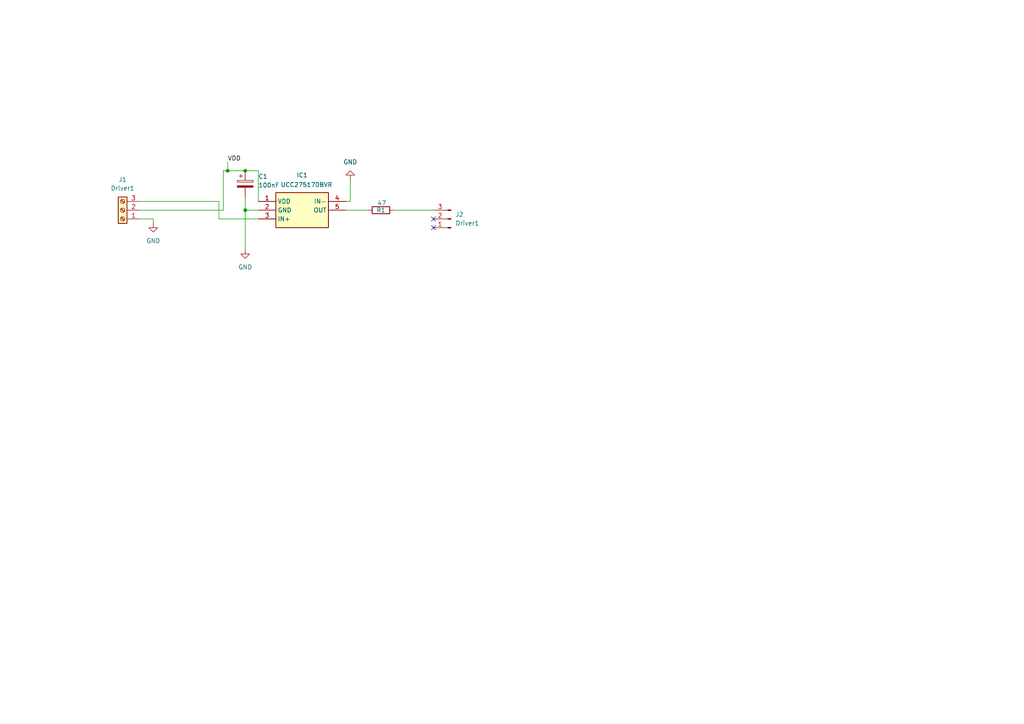
<source format=kicad_sch>
(kicad_sch
	(version 20231120)
	(generator "eeschema")
	(generator_version "8.0")
	(uuid "bb7ad16c-9d36-444f-8f7b-b170a98634e6")
	(paper "A4")
	(lib_symbols
		(symbol "Connector:Conn_01x03_Pin"
			(pin_names
				(offset 1.016) hide)
			(exclude_from_sim no)
			(in_bom yes)
			(on_board yes)
			(property "Reference" "J"
				(at 0 5.08 0)
				(effects
					(font
						(size 1.27 1.27)
					)
				)
			)
			(property "Value" "Conn_01x03_Pin"
				(at 0 -5.08 0)
				(effects
					(font
						(size 1.27 1.27)
					)
				)
			)
			(property "Footprint" ""
				(at 0 0 0)
				(effects
					(font
						(size 1.27 1.27)
					)
					(hide yes)
				)
			)
			(property "Datasheet" "~"
				(at 0 0 0)
				(effects
					(font
						(size 1.27 1.27)
					)
					(hide yes)
				)
			)
			(property "Description" "Generic connector, single row, 01x03, script generated"
				(at 0 0 0)
				(effects
					(font
						(size 1.27 1.27)
					)
					(hide yes)
				)
			)
			(property "ki_locked" ""
				(at 0 0 0)
				(effects
					(font
						(size 1.27 1.27)
					)
				)
			)
			(property "ki_keywords" "connector"
				(at 0 0 0)
				(effects
					(font
						(size 1.27 1.27)
					)
					(hide yes)
				)
			)
			(property "ki_fp_filters" "Connector*:*_1x??_*"
				(at 0 0 0)
				(effects
					(font
						(size 1.27 1.27)
					)
					(hide yes)
				)
			)
			(symbol "Conn_01x03_Pin_1_1"
				(polyline
					(pts
						(xy 1.27 -2.54) (xy 0.8636 -2.54)
					)
					(stroke
						(width 0.1524)
						(type default)
					)
					(fill
						(type none)
					)
				)
				(polyline
					(pts
						(xy 1.27 0) (xy 0.8636 0)
					)
					(stroke
						(width 0.1524)
						(type default)
					)
					(fill
						(type none)
					)
				)
				(polyline
					(pts
						(xy 1.27 2.54) (xy 0.8636 2.54)
					)
					(stroke
						(width 0.1524)
						(type default)
					)
					(fill
						(type none)
					)
				)
				(rectangle
					(start 0.8636 -2.413)
					(end 0 -2.667)
					(stroke
						(width 0.1524)
						(type default)
					)
					(fill
						(type outline)
					)
				)
				(rectangle
					(start 0.8636 0.127)
					(end 0 -0.127)
					(stroke
						(width 0.1524)
						(type default)
					)
					(fill
						(type outline)
					)
				)
				(rectangle
					(start 0.8636 2.667)
					(end 0 2.413)
					(stroke
						(width 0.1524)
						(type default)
					)
					(fill
						(type outline)
					)
				)
				(pin passive line
					(at 5.08 2.54 180)
					(length 3.81)
					(name "Pin_1"
						(effects
							(font
								(size 1.27 1.27)
							)
						)
					)
					(number "1"
						(effects
							(font
								(size 1.27 1.27)
							)
						)
					)
				)
				(pin passive line
					(at 5.08 0 180)
					(length 3.81)
					(name "Pin_2"
						(effects
							(font
								(size 1.27 1.27)
							)
						)
					)
					(number "2"
						(effects
							(font
								(size 1.27 1.27)
							)
						)
					)
				)
				(pin passive line
					(at 5.08 -2.54 180)
					(length 3.81)
					(name "Pin_3"
						(effects
							(font
								(size 1.27 1.27)
							)
						)
					)
					(number "3"
						(effects
							(font
								(size 1.27 1.27)
							)
						)
					)
				)
			)
		)
		(symbol "Connector:Screw_Terminal_01x03"
			(pin_names
				(offset 1.016) hide)
			(exclude_from_sim no)
			(in_bom yes)
			(on_board yes)
			(property "Reference" "J"
				(at 0 5.08 0)
				(effects
					(font
						(size 1.27 1.27)
					)
				)
			)
			(property "Value" "Screw_Terminal_01x03"
				(at 0 -5.08 0)
				(effects
					(font
						(size 1.27 1.27)
					)
				)
			)
			(property "Footprint" ""
				(at 0 0 0)
				(effects
					(font
						(size 1.27 1.27)
					)
					(hide yes)
				)
			)
			(property "Datasheet" "~"
				(at 0 0 0)
				(effects
					(font
						(size 1.27 1.27)
					)
					(hide yes)
				)
			)
			(property "Description" "Generic screw terminal, single row, 01x03, script generated (kicad-library-utils/schlib/autogen/connector/)"
				(at 0 0 0)
				(effects
					(font
						(size 1.27 1.27)
					)
					(hide yes)
				)
			)
			(property "ki_keywords" "screw terminal"
				(at 0 0 0)
				(effects
					(font
						(size 1.27 1.27)
					)
					(hide yes)
				)
			)
			(property "ki_fp_filters" "TerminalBlock*:*"
				(at 0 0 0)
				(effects
					(font
						(size 1.27 1.27)
					)
					(hide yes)
				)
			)
			(symbol "Screw_Terminal_01x03_1_1"
				(rectangle
					(start -1.27 3.81)
					(end 1.27 -3.81)
					(stroke
						(width 0.254)
						(type default)
					)
					(fill
						(type background)
					)
				)
				(circle
					(center 0 -2.54)
					(radius 0.635)
					(stroke
						(width 0.1524)
						(type default)
					)
					(fill
						(type none)
					)
				)
				(polyline
					(pts
						(xy -0.5334 -2.2098) (xy 0.3302 -3.048)
					)
					(stroke
						(width 0.1524)
						(type default)
					)
					(fill
						(type none)
					)
				)
				(polyline
					(pts
						(xy -0.5334 0.3302) (xy 0.3302 -0.508)
					)
					(stroke
						(width 0.1524)
						(type default)
					)
					(fill
						(type none)
					)
				)
				(polyline
					(pts
						(xy -0.5334 2.8702) (xy 0.3302 2.032)
					)
					(stroke
						(width 0.1524)
						(type default)
					)
					(fill
						(type none)
					)
				)
				(polyline
					(pts
						(xy -0.3556 -2.032) (xy 0.508 -2.8702)
					)
					(stroke
						(width 0.1524)
						(type default)
					)
					(fill
						(type none)
					)
				)
				(polyline
					(pts
						(xy -0.3556 0.508) (xy 0.508 -0.3302)
					)
					(stroke
						(width 0.1524)
						(type default)
					)
					(fill
						(type none)
					)
				)
				(polyline
					(pts
						(xy -0.3556 3.048) (xy 0.508 2.2098)
					)
					(stroke
						(width 0.1524)
						(type default)
					)
					(fill
						(type none)
					)
				)
				(circle
					(center 0 0)
					(radius 0.635)
					(stroke
						(width 0.1524)
						(type default)
					)
					(fill
						(type none)
					)
				)
				(circle
					(center 0 2.54)
					(radius 0.635)
					(stroke
						(width 0.1524)
						(type default)
					)
					(fill
						(type none)
					)
				)
				(pin passive line
					(at -5.08 2.54 0)
					(length 3.81)
					(name "Pin_1"
						(effects
							(font
								(size 1.27 1.27)
							)
						)
					)
					(number "1"
						(effects
							(font
								(size 1.27 1.27)
							)
						)
					)
				)
				(pin passive line
					(at -5.08 0 0)
					(length 3.81)
					(name "Pin_2"
						(effects
							(font
								(size 1.27 1.27)
							)
						)
					)
					(number "2"
						(effects
							(font
								(size 1.27 1.27)
							)
						)
					)
				)
				(pin passive line
					(at -5.08 -2.54 0)
					(length 3.81)
					(name "Pin_3"
						(effects
							(font
								(size 1.27 1.27)
							)
						)
					)
					(number "3"
						(effects
							(font
								(size 1.27 1.27)
							)
						)
					)
				)
			)
		)
		(symbol "Device:C_Polarized"
			(pin_numbers hide)
			(pin_names
				(offset 0.254)
			)
			(exclude_from_sim no)
			(in_bom yes)
			(on_board yes)
			(property "Reference" "C"
				(at 0.635 2.54 0)
				(effects
					(font
						(size 1.27 1.27)
					)
					(justify left)
				)
			)
			(property "Value" "C_Polarized"
				(at 0.635 -2.54 0)
				(effects
					(font
						(size 1.27 1.27)
					)
					(justify left)
				)
			)
			(property "Footprint" ""
				(at 0.9652 -3.81 0)
				(effects
					(font
						(size 1.27 1.27)
					)
					(hide yes)
				)
			)
			(property "Datasheet" "~"
				(at 0 0 0)
				(effects
					(font
						(size 1.27 1.27)
					)
					(hide yes)
				)
			)
			(property "Description" "Polarized capacitor"
				(at 0 0 0)
				(effects
					(font
						(size 1.27 1.27)
					)
					(hide yes)
				)
			)
			(property "ki_keywords" "cap capacitor"
				(at 0 0 0)
				(effects
					(font
						(size 1.27 1.27)
					)
					(hide yes)
				)
			)
			(property "ki_fp_filters" "CP_*"
				(at 0 0 0)
				(effects
					(font
						(size 1.27 1.27)
					)
					(hide yes)
				)
			)
			(symbol "C_Polarized_0_1"
				(rectangle
					(start -2.286 0.508)
					(end 2.286 1.016)
					(stroke
						(width 0)
						(type default)
					)
					(fill
						(type none)
					)
				)
				(polyline
					(pts
						(xy -1.778 2.286) (xy -0.762 2.286)
					)
					(stroke
						(width 0)
						(type default)
					)
					(fill
						(type none)
					)
				)
				(polyline
					(pts
						(xy -1.27 2.794) (xy -1.27 1.778)
					)
					(stroke
						(width 0)
						(type default)
					)
					(fill
						(type none)
					)
				)
				(rectangle
					(start 2.286 -0.508)
					(end -2.286 -1.016)
					(stroke
						(width 0)
						(type default)
					)
					(fill
						(type outline)
					)
				)
			)
			(symbol "C_Polarized_1_1"
				(pin passive line
					(at 0 3.81 270)
					(length 2.794)
					(name "~"
						(effects
							(font
								(size 1.27 1.27)
							)
						)
					)
					(number "1"
						(effects
							(font
								(size 1.27 1.27)
							)
						)
					)
				)
				(pin passive line
					(at 0 -3.81 90)
					(length 2.794)
					(name "~"
						(effects
							(font
								(size 1.27 1.27)
							)
						)
					)
					(number "2"
						(effects
							(font
								(size 1.27 1.27)
							)
						)
					)
				)
			)
		)
		(symbol "Device:R"
			(pin_numbers hide)
			(pin_names
				(offset 0)
			)
			(exclude_from_sim no)
			(in_bom yes)
			(on_board yes)
			(property "Reference" "R"
				(at 2.032 0 90)
				(effects
					(font
						(size 1.27 1.27)
					)
				)
			)
			(property "Value" "R"
				(at 0 0 90)
				(effects
					(font
						(size 1.27 1.27)
					)
				)
			)
			(property "Footprint" ""
				(at -1.778 0 90)
				(effects
					(font
						(size 1.27 1.27)
					)
					(hide yes)
				)
			)
			(property "Datasheet" "~"
				(at 0 0 0)
				(effects
					(font
						(size 1.27 1.27)
					)
					(hide yes)
				)
			)
			(property "Description" "Resistor"
				(at 0 0 0)
				(effects
					(font
						(size 1.27 1.27)
					)
					(hide yes)
				)
			)
			(property "ki_keywords" "R res resistor"
				(at 0 0 0)
				(effects
					(font
						(size 1.27 1.27)
					)
					(hide yes)
				)
			)
			(property "ki_fp_filters" "R_*"
				(at 0 0 0)
				(effects
					(font
						(size 1.27 1.27)
					)
					(hide yes)
				)
			)
			(symbol "R_0_1"
				(rectangle
					(start -1.016 -2.54)
					(end 1.016 2.54)
					(stroke
						(width 0.254)
						(type default)
					)
					(fill
						(type none)
					)
				)
			)
			(symbol "R_1_1"
				(pin passive line
					(at 0 3.81 270)
					(length 1.27)
					(name "~"
						(effects
							(font
								(size 1.27 1.27)
							)
						)
					)
					(number "1"
						(effects
							(font
								(size 1.27 1.27)
							)
						)
					)
				)
				(pin passive line
					(at 0 -3.81 90)
					(length 1.27)
					(name "~"
						(effects
							(font
								(size 1.27 1.27)
							)
						)
					)
					(number "2"
						(effects
							(font
								(size 1.27 1.27)
							)
						)
					)
				)
			)
		)
		(symbol "UCC27517DBVR:UCC27517DBVR"
			(exclude_from_sim no)
			(in_bom yes)
			(on_board yes)
			(property "Reference" "IC"
				(at 21.59 7.62 0)
				(effects
					(font
						(size 1.27 1.27)
					)
					(justify left top)
				)
			)
			(property "Value" "UCC27517DBVR"
				(at 21.59 5.08 0)
				(effects
					(font
						(size 1.27 1.27)
					)
					(justify left top)
				)
			)
			(property "Footprint" "SOT95P280X145-5N"
				(at 21.59 -94.92 0)
				(effects
					(font
						(size 1.27 1.27)
					)
					(justify left top)
					(hide yes)
				)
			)
			(property "Datasheet" "http://www.ti.com/lit/gpn/ucc27517"
				(at 21.59 -194.92 0)
				(effects
					(font
						(size 1.27 1.27)
					)
					(justify left top)
					(hide yes)
				)
			)
			(property "Description" "4A/4A Single Channel High-speed Low-side Gate Driver"
				(at 0 0 0)
				(effects
					(font
						(size 1.27 1.27)
					)
					(hide yes)
				)
			)
			(property "Height" "1.45"
				(at 21.59 -394.92 0)
				(effects
					(font
						(size 1.27 1.27)
					)
					(justify left top)
					(hide yes)
				)
			)
			(property "Manufacturer_Name" "Texas Instruments"
				(at 21.59 -494.92 0)
				(effects
					(font
						(size 1.27 1.27)
					)
					(justify left top)
					(hide yes)
				)
			)
			(property "Manufacturer_Part_Number" "UCC27517DBVR"
				(at 21.59 -594.92 0)
				(effects
					(font
						(size 1.27 1.27)
					)
					(justify left top)
					(hide yes)
				)
			)
			(property "Mouser Part Number" "595-UCC27517DBVR"
				(at 21.59 -694.92 0)
				(effects
					(font
						(size 1.27 1.27)
					)
					(justify left top)
					(hide yes)
				)
			)
			(property "Mouser Price/Stock" "https://www.mouser.co.uk/ProductDetail/Texas-Instruments/UCC27517DBVR?qs=Brs2XCuyt3cZR2K0W764eA%3D%3D"
				(at 21.59 -794.92 0)
				(effects
					(font
						(size 1.27 1.27)
					)
					(justify left top)
					(hide yes)
				)
			)
			(property "Arrow Part Number" "UCC27517DBVR"
				(at 21.59 -894.92 0)
				(effects
					(font
						(size 1.27 1.27)
					)
					(justify left top)
					(hide yes)
				)
			)
			(property "Arrow Price/Stock" "https://www.arrow.com/en/products/ucc27517dbvr/texas-instruments?region=nac"
				(at 21.59 -994.92 0)
				(effects
					(font
						(size 1.27 1.27)
					)
					(justify left top)
					(hide yes)
				)
			)
			(symbol "UCC27517DBVR_1_1"
				(rectangle
					(start 5.08 2.54)
					(end 20.32 -7.62)
					(stroke
						(width 0.254)
						(type default)
					)
					(fill
						(type background)
					)
				)
				(pin passive line
					(at 0 0 0)
					(length 5.08)
					(name "VDD"
						(effects
							(font
								(size 1.27 1.27)
							)
						)
					)
					(number "1"
						(effects
							(font
								(size 1.27 1.27)
							)
						)
					)
				)
				(pin passive line
					(at 0 -2.54 0)
					(length 5.08)
					(name "GND"
						(effects
							(font
								(size 1.27 1.27)
							)
						)
					)
					(number "2"
						(effects
							(font
								(size 1.27 1.27)
							)
						)
					)
				)
				(pin passive line
					(at 0 -5.08 0)
					(length 5.08)
					(name "IN+"
						(effects
							(font
								(size 1.27 1.27)
							)
						)
					)
					(number "3"
						(effects
							(font
								(size 1.27 1.27)
							)
						)
					)
				)
				(pin passive line
					(at 25.4 0 180)
					(length 5.08)
					(name "IN-"
						(effects
							(font
								(size 1.27 1.27)
							)
						)
					)
					(number "4"
						(effects
							(font
								(size 1.27 1.27)
							)
						)
					)
				)
				(pin passive line
					(at 25.4 -2.54 180)
					(length 5.08)
					(name "OUT"
						(effects
							(font
								(size 1.27 1.27)
							)
						)
					)
					(number "5"
						(effects
							(font
								(size 1.27 1.27)
							)
						)
					)
				)
			)
		)
		(symbol "power:GND"
			(power)
			(pin_numbers hide)
			(pin_names
				(offset 0) hide)
			(exclude_from_sim no)
			(in_bom yes)
			(on_board yes)
			(property "Reference" "#PWR"
				(at 0 -6.35 0)
				(effects
					(font
						(size 1.27 1.27)
					)
					(hide yes)
				)
			)
			(property "Value" "GND"
				(at 0 -3.81 0)
				(effects
					(font
						(size 1.27 1.27)
					)
				)
			)
			(property "Footprint" ""
				(at 0 0 0)
				(effects
					(font
						(size 1.27 1.27)
					)
					(hide yes)
				)
			)
			(property "Datasheet" ""
				(at 0 0 0)
				(effects
					(font
						(size 1.27 1.27)
					)
					(hide yes)
				)
			)
			(property "Description" "Power symbol creates a global label with name \"GND\" , ground"
				(at 0 0 0)
				(effects
					(font
						(size 1.27 1.27)
					)
					(hide yes)
				)
			)
			(property "ki_keywords" "global power"
				(at 0 0 0)
				(effects
					(font
						(size 1.27 1.27)
					)
					(hide yes)
				)
			)
			(symbol "GND_0_1"
				(polyline
					(pts
						(xy 0 0) (xy 0 -1.27) (xy 1.27 -1.27) (xy 0 -2.54) (xy -1.27 -1.27) (xy 0 -1.27)
					)
					(stroke
						(width 0)
						(type default)
					)
					(fill
						(type none)
					)
				)
			)
			(symbol "GND_1_1"
				(pin power_in line
					(at 0 0 270)
					(length 0)
					(name "~"
						(effects
							(font
								(size 1.27 1.27)
							)
						)
					)
					(number "1"
						(effects
							(font
								(size 1.27 1.27)
							)
						)
					)
				)
			)
		)
	)
	(junction
		(at 71.12 49.53)
		(diameter 0)
		(color 0 0 0 0)
		(uuid "190f32b0-d9d3-4a9a-8d96-00e44c9dec9d")
	)
	(junction
		(at 71.12 60.96)
		(diameter 0)
		(color 0 0 0 0)
		(uuid "9badb1cf-3498-4312-8a7e-adb0c741f6b6")
	)
	(junction
		(at 66.04 49.53)
		(diameter 0)
		(color 0 0 0 0)
		(uuid "ed28c578-2d94-4721-92bd-3bee9409f3d7")
	)
	(no_connect
		(at 125.73 63.5)
		(uuid "952ca7e6-8aca-413e-bbfa-9964453f72b7")
	)
	(no_connect
		(at 125.73 66.04)
		(uuid "f2a8bf34-3310-4610-bc24-2e8f0a1304c5")
	)
	(wire
		(pts
			(xy 114.3 60.96) (xy 125.73 60.96)
		)
		(stroke
			(width 0)
			(type default)
		)
		(uuid "042b5ea9-63c4-47e6-a6d9-5599a4d6731e")
	)
	(wire
		(pts
			(xy 100.33 58.42) (xy 101.6 58.42)
		)
		(stroke
			(width 0)
			(type default)
		)
		(uuid "0c4d8894-38b8-4f2b-9b38-00813aab6cd7")
	)
	(wire
		(pts
			(xy 71.12 60.96) (xy 71.12 72.39)
		)
		(stroke
			(width 0)
			(type default)
		)
		(uuid "2bef8255-1463-46cd-ad48-8069a273e28d")
	)
	(wire
		(pts
			(xy 63.5 63.5) (xy 74.93 63.5)
		)
		(stroke
			(width 0)
			(type default)
		)
		(uuid "536be748-6589-4937-ba14-1a8fb4b5dae5")
	)
	(wire
		(pts
			(xy 64.77 49.53) (xy 66.04 49.53)
		)
		(stroke
			(width 0)
			(type default)
		)
		(uuid "54f552ac-90b1-4b96-866e-30d48dd451b8")
	)
	(wire
		(pts
			(xy 101.6 58.42) (xy 101.6 52.07)
		)
		(stroke
			(width 0)
			(type default)
		)
		(uuid "560cc1d4-f659-44b3-88b7-43d491bbed68")
	)
	(wire
		(pts
			(xy 40.64 63.5) (xy 44.45 63.5)
		)
		(stroke
			(width 0)
			(type default)
		)
		(uuid "61374e1f-cbca-4945-bd19-5de20483ea33")
	)
	(wire
		(pts
			(xy 40.64 60.96) (xy 64.77 60.96)
		)
		(stroke
			(width 0)
			(type default)
		)
		(uuid "7c74ba76-6a29-4bc0-91fc-fdd77d09cc83")
	)
	(wire
		(pts
			(xy 74.93 58.42) (xy 74.93 49.53)
		)
		(stroke
			(width 0)
			(type default)
		)
		(uuid "8158efe7-e5da-4e40-9426-4c18b66f6e9d")
	)
	(wire
		(pts
			(xy 64.77 60.96) (xy 64.77 49.53)
		)
		(stroke
			(width 0)
			(type default)
		)
		(uuid "86cd9570-7dc4-4fc3-8fd7-16780e786e2e")
	)
	(wire
		(pts
			(xy 100.33 60.96) (xy 106.68 60.96)
		)
		(stroke
			(width 0)
			(type default)
		)
		(uuid "90ad7e93-c76d-439c-86fe-49c0ed7cd0c2")
	)
	(wire
		(pts
			(xy 74.93 60.96) (xy 71.12 60.96)
		)
		(stroke
			(width 0)
			(type default)
		)
		(uuid "952fbf1e-8754-441c-9c8e-4e6c4a1cabc4")
	)
	(wire
		(pts
			(xy 44.45 64.77) (xy 44.45 63.5)
		)
		(stroke
			(width 0)
			(type default)
		)
		(uuid "afaab26d-a20d-4f3e-aec3-cf623681742d")
	)
	(wire
		(pts
			(xy 66.04 49.53) (xy 71.12 49.53)
		)
		(stroke
			(width 0)
			(type default)
		)
		(uuid "b85b6319-75eb-4641-af91-41f3800d7aa7")
	)
	(wire
		(pts
			(xy 63.5 58.42) (xy 63.5 63.5)
		)
		(stroke
			(width 0)
			(type default)
		)
		(uuid "c079be97-d7eb-4ba3-a393-1d0ecf567199")
	)
	(wire
		(pts
			(xy 40.64 58.42) (xy 63.5 58.42)
		)
		(stroke
			(width 0)
			(type default)
		)
		(uuid "cb381419-2389-49f3-8ce0-21e5da5e3aaa")
	)
	(wire
		(pts
			(xy 71.12 57.15) (xy 71.12 60.96)
		)
		(stroke
			(width 0)
			(type default)
		)
		(uuid "d5046d96-8aca-4710-ac0a-f4df38095c6d")
	)
	(wire
		(pts
			(xy 74.93 49.53) (xy 71.12 49.53)
		)
		(stroke
			(width 0)
			(type default)
		)
		(uuid "e4db763b-8673-4467-8672-913c259d9d4f")
	)
	(wire
		(pts
			(xy 66.04 46.99) (xy 66.04 49.53)
		)
		(stroke
			(width 0)
			(type default)
		)
		(uuid "e758185a-b981-4048-9135-4eafe12b2fce")
	)
	(label "VDD"
		(at 66.04 46.99 0)
		(fields_autoplaced yes)
		(effects
			(font
				(size 1.27 1.27)
			)
			(justify left bottom)
		)
		(uuid "2cca6049-ff57-41b7-ad87-5e3d2d048406")
	)
	(symbol
		(lib_id "Connector:Conn_01x03_Pin")
		(at 130.81 63.5 180)
		(unit 1)
		(exclude_from_sim no)
		(in_bom yes)
		(on_board yes)
		(dnp no)
		(fields_autoplaced yes)
		(uuid "3ecccbaf-6371-4c53-ba5f-f47f304996bc")
		(property "Reference" "J2"
			(at 132.08 62.2299 0)
			(effects
				(font
					(size 1.27 1.27)
				)
				(justify right)
			)
		)
		(property "Value" "Driver1"
			(at 132.08 64.7699 0)
			(effects
				(font
					(size 1.27 1.27)
				)
				(justify right)
			)
		)
		(property "Footprint" "Connector_PinHeader_2.54mm:PinHeader_1x03_P2.54mm_Horizontal"
			(at 130.81 63.5 0)
			(effects
				(font
					(size 1.27 1.27)
				)
				(hide yes)
			)
		)
		(property "Datasheet" "~"
			(at 130.81 63.5 0)
			(effects
				(font
					(size 1.27 1.27)
				)
				(hide yes)
			)
		)
		(property "Description" "Generic connector, single row, 01x03, script generated"
			(at 130.81 63.5 0)
			(effects
				(font
					(size 1.27 1.27)
				)
				(hide yes)
			)
		)
		(pin "3"
			(uuid "022cbdef-157a-4a0e-a5f6-297af0c06ef3")
		)
		(pin "2"
			(uuid "70b37c9e-de4c-4787-8ba4-d04750ab4057")
		)
		(pin "1"
			(uuid "558ac301-9aea-42c7-b250-a51f780b7fb1")
		)
		(instances
			(project ""
				(path "/bb7ad16c-9d36-444f-8f7b-b170a98634e6"
					(reference "J2")
					(unit 1)
				)
			)
		)
	)
	(symbol
		(lib_id "UCC27517DBVR:UCC27517DBVR")
		(at 74.93 58.42 0)
		(unit 1)
		(exclude_from_sim no)
		(in_bom yes)
		(on_board yes)
		(dnp no)
		(uuid "41d2d4b3-40ed-4795-8f54-9618794e220b")
		(property "Reference" "IC1"
			(at 87.63 50.8 0)
			(effects
				(font
					(size 1.27 1.27)
				)
			)
		)
		(property "Value" "UCC27517DBVR"
			(at 88.9 53.594 0)
			(effects
				(font
					(size 1.27 1.27)
				)
			)
		)
		(property "Footprint" "Package_TO_SOT_SMD:SOT-23-5"
			(at 96.52 153.34 0)
			(effects
				(font
					(size 1.27 1.27)
				)
				(justify left top)
				(hide yes)
			)
		)
		(property "Datasheet" "http://www.ti.com/lit/gpn/ucc27517"
			(at 96.52 253.34 0)
			(effects
				(font
					(size 1.27 1.27)
				)
				(justify left top)
				(hide yes)
			)
		)
		(property "Description" "4A/4A Single Channel High-speed Low-side Gate Driver"
			(at 74.93 58.42 0)
			(effects
				(font
					(size 1.27 1.27)
				)
				(hide yes)
			)
		)
		(property "Height" "1.45"
			(at 96.52 453.34 0)
			(effects
				(font
					(size 1.27 1.27)
				)
				(justify left top)
				(hide yes)
			)
		)
		(property "Manufacturer_Name" "Texas Instruments"
			(at 96.52 553.34 0)
			(effects
				(font
					(size 1.27 1.27)
				)
				(justify left top)
				(hide yes)
			)
		)
		(property "Manufacturer_Part_Number" "UCC27517DBVR"
			(at 96.52 653.34 0)
			(effects
				(font
					(size 1.27 1.27)
				)
				(justify left top)
				(hide yes)
			)
		)
		(property "Mouser Part Number" "595-UCC27517DBVR"
			(at 96.52 753.34 0)
			(effects
				(font
					(size 1.27 1.27)
				)
				(justify left top)
				(hide yes)
			)
		)
		(property "Mouser Price/Stock" "https://www.mouser.co.uk/ProductDetail/Texas-Instruments/UCC27517DBVR?qs=Brs2XCuyt3cZR2K0W764eA%3D%3D"
			(at 96.52 853.34 0)
			(effects
				(font
					(size 1.27 1.27)
				)
				(justify left top)
				(hide yes)
			)
		)
		(property "Arrow Part Number" "UCC27517DBVR"
			(at 96.52 953.34 0)
			(effects
				(font
					(size 1.27 1.27)
				)
				(justify left top)
				(hide yes)
			)
		)
		(property "Arrow Price/Stock" "https://www.arrow.com/en/products/ucc27517dbvr/texas-instruments?region=nac"
			(at 96.52 1053.34 0)
			(effects
				(font
					(size 1.27 1.27)
				)
				(justify left top)
				(hide yes)
			)
		)
		(property "Sim.Device" ""
			(at 74.93 58.42 0)
			(effects
				(font
					(size 1.27 1.27)
				)
				(hide yes)
			)
		)
		(property "Sim.Pins" ""
			(at 74.93 58.42 0)
			(effects
				(font
					(size 1.27 1.27)
				)
				(hide yes)
			)
		)
		(property "LCSC" "C99395"
			(at 74.93 58.42 0)
			(effects
				(font
					(size 1.27 1.27)
				)
				(hide yes)
			)
		)
		(pin "2"
			(uuid "1a06319e-fde4-4af4-915d-4e028f9fa2b2")
		)
		(pin "4"
			(uuid "e6f2520f-6858-4ed5-86d0-102b13c5e95e")
		)
		(pin "1"
			(uuid "b607a45d-3d91-44d7-a182-9cb7f57a2272")
		)
		(pin "5"
			(uuid "464a16e0-e393-4abf-9ee8-e777e43c82d6")
		)
		(pin "3"
			(uuid "16e7d24f-bfa2-4f9f-8be6-d05ca13eafb5")
		)
		(instances
			(project "Untitled"
				(path "/bb7ad16c-9d36-444f-8f7b-b170a98634e6"
					(reference "IC1")
					(unit 1)
				)
			)
		)
	)
	(symbol
		(lib_id "power:GND")
		(at 71.12 72.39 0)
		(unit 1)
		(exclude_from_sim no)
		(in_bom yes)
		(on_board yes)
		(dnp no)
		(fields_autoplaced yes)
		(uuid "4e973ba8-ceee-43b6-accd-fb449de12617")
		(property "Reference" "#PWR01"
			(at 71.12 78.74 0)
			(effects
				(font
					(size 1.27 1.27)
				)
				(hide yes)
			)
		)
		(property "Value" "GND"
			(at 71.12 77.47 0)
			(effects
				(font
					(size 1.27 1.27)
				)
			)
		)
		(property "Footprint" ""
			(at 71.12 72.39 0)
			(effects
				(font
					(size 1.27 1.27)
				)
				(hide yes)
			)
		)
		(property "Datasheet" ""
			(at 71.12 72.39 0)
			(effects
				(font
					(size 1.27 1.27)
				)
				(hide yes)
			)
		)
		(property "Description" "Power symbol creates a global label with name \"GND\" , ground"
			(at 71.12 72.39 0)
			(effects
				(font
					(size 1.27 1.27)
				)
				(hide yes)
			)
		)
		(pin "1"
			(uuid "52e62ba4-3ef6-4a3a-a6c4-40669258aa4f")
		)
		(instances
			(project "Untitled"
				(path "/bb7ad16c-9d36-444f-8f7b-b170a98634e6"
					(reference "#PWR01")
					(unit 1)
				)
			)
		)
	)
	(symbol
		(lib_id "Device:C_Polarized")
		(at 71.12 53.34 0)
		(unit 1)
		(exclude_from_sim no)
		(in_bom yes)
		(on_board yes)
		(dnp no)
		(uuid "507a2866-3bab-4cfa-a49e-33a89e1ee4e3")
		(property "Reference" "C1"
			(at 74.93 51.1809 0)
			(effects
				(font
					(size 1.27 1.27)
				)
				(justify left)
			)
		)
		(property "Value" "100nF"
			(at 74.93 53.7209 0)
			(effects
				(font
					(size 1.27 1.27)
				)
				(justify left)
			)
		)
		(property "Footprint" "Capacitor_THT:C_Disc_D5.0mm_W2.5mm_P5.00mm"
			(at 72.0852 57.15 0)
			(effects
				(font
					(size 1.27 1.27)
				)
				(hide yes)
			)
		)
		(property "Datasheet" "https://docs.rs-online.com/0cc6/0900766b804ed4c7.pdf"
			(at 71.12 53.34 0)
			(effects
				(font
					(size 1.27 1.27)
				)
				(hide yes)
			)
		)
		(property "Description" "Polarized capacitor"
			(at 71.12 53.34 0)
			(effects
				(font
					(size 1.27 1.27)
				)
				(hide yes)
			)
		)
		(property "LCSC" ""
			(at 71.12 53.34 0)
			(effects
				(font
					(size 1.27 1.27)
				)
				(hide yes)
			)
		)
		(property "Sim.Type" ""
			(at 71.12 53.34 0)
			(effects
				(font
					(size 1.27 1.27)
				)
				(hide yes)
			)
		)
		(property "Sim.Device" ""
			(at 71.12 53.34 0)
			(effects
				(font
					(size 1.27 1.27)
				)
				(hide yes)
			)
		)
		(property "Sim.Pins" ""
			(at 71.12 53.34 0)
			(effects
				(font
					(size 1.27 1.27)
				)
				(hide yes)
			)
		)
		(pin "1"
			(uuid "0472cb2d-436d-4d81-a4d6-c8a32f6508e4")
		)
		(pin "2"
			(uuid "403a26a9-6869-4aae-99c9-7af8bcccafc3")
		)
		(instances
			(project "Untitled"
				(path "/bb7ad16c-9d36-444f-8f7b-b170a98634e6"
					(reference "C1")
					(unit 1)
				)
			)
		)
	)
	(symbol
		(lib_id "power:GND")
		(at 101.6 52.07 180)
		(unit 1)
		(exclude_from_sim no)
		(in_bom yes)
		(on_board yes)
		(dnp no)
		(fields_autoplaced yes)
		(uuid "77e2458d-0920-4609-9f50-2ca044d16ba2")
		(property "Reference" "#PWR02"
			(at 101.6 45.72 0)
			(effects
				(font
					(size 1.27 1.27)
				)
				(hide yes)
			)
		)
		(property "Value" "GND"
			(at 101.6 46.99 0)
			(effects
				(font
					(size 1.27 1.27)
				)
			)
		)
		(property "Footprint" ""
			(at 101.6 52.07 0)
			(effects
				(font
					(size 1.27 1.27)
				)
				(hide yes)
			)
		)
		(property "Datasheet" ""
			(at 101.6 52.07 0)
			(effects
				(font
					(size 1.27 1.27)
				)
				(hide yes)
			)
		)
		(property "Description" "Power symbol creates a global label with name \"GND\" , ground"
			(at 101.6 52.07 0)
			(effects
				(font
					(size 1.27 1.27)
				)
				(hide yes)
			)
		)
		(pin "1"
			(uuid "00fb07dc-1617-4539-9365-55a68e2bc453")
		)
		(instances
			(project "Untitled"
				(path "/bb7ad16c-9d36-444f-8f7b-b170a98634e6"
					(reference "#PWR02")
					(unit 1)
				)
			)
		)
	)
	(symbol
		(lib_id "power:GND")
		(at 44.45 64.77 0)
		(unit 1)
		(exclude_from_sim no)
		(in_bom yes)
		(on_board yes)
		(dnp no)
		(fields_autoplaced yes)
		(uuid "af10b7a9-8036-43d3-9f3c-5fadeae06dad")
		(property "Reference" "#PWR03"
			(at 44.45 71.12 0)
			(effects
				(font
					(size 1.27 1.27)
				)
				(hide yes)
			)
		)
		(property "Value" "GND"
			(at 44.45 69.85 0)
			(effects
				(font
					(size 1.27 1.27)
				)
			)
		)
		(property "Footprint" ""
			(at 44.45 64.77 0)
			(effects
				(font
					(size 1.27 1.27)
				)
				(hide yes)
			)
		)
		(property "Datasheet" ""
			(at 44.45 64.77 0)
			(effects
				(font
					(size 1.27 1.27)
				)
				(hide yes)
			)
		)
		(property "Description" "Power symbol creates a global label with name \"GND\" , ground"
			(at 44.45 64.77 0)
			(effects
				(font
					(size 1.27 1.27)
				)
				(hide yes)
			)
		)
		(pin "1"
			(uuid "c2f97292-8b7a-4666-8252-05a43812ad4b")
		)
		(instances
			(project ""
				(path "/bb7ad16c-9d36-444f-8f7b-b170a98634e6"
					(reference "#PWR03")
					(unit 1)
				)
			)
		)
	)
	(symbol
		(lib_id "Device:R")
		(at 110.49 60.96 90)
		(unit 1)
		(exclude_from_sim no)
		(in_bom yes)
		(on_board yes)
		(dnp no)
		(uuid "d4c39838-3364-4c96-8312-59475959f645")
		(property "Reference" "R1"
			(at 110.49 60.96 90)
			(effects
				(font
					(size 1.27 1.27)
				)
			)
		)
		(property "Value" "47"
			(at 110.744 58.928 90)
			(effects
				(font
					(size 1.27 1.27)
				)
			)
		)
		(property "Footprint" "Resistor_THT:R_Axial_DIN0204_L3.6mm_D1.6mm_P5.08mm_Horizontal"
			(at 110.49 62.738 90)
			(effects
				(font
					(size 1.27 1.27)
				)
				(hide yes)
			)
		)
		(property "Datasheet" "~"
			(at 110.49 60.96 0)
			(effects
				(font
					(size 1.27 1.27)
				)
				(hide yes)
			)
		)
		(property "Description" "Resistor"
			(at 110.49 60.96 0)
			(effects
				(font
					(size 1.27 1.27)
				)
				(hide yes)
			)
		)
		(pin "2"
			(uuid "f32fcb7a-eaf7-4162-8006-4d040b558370")
		)
		(pin "1"
			(uuid "f91a33ed-fb23-4e90-aa8c-3375e6fec823")
		)
		(instances
			(project ""
				(path "/bb7ad16c-9d36-444f-8f7b-b170a98634e6"
					(reference "R1")
					(unit 1)
				)
			)
		)
	)
	(symbol
		(lib_id "Connector:Screw_Terminal_01x03")
		(at 35.56 60.96 180)
		(unit 1)
		(exclude_from_sim no)
		(in_bom yes)
		(on_board yes)
		(dnp no)
		(fields_autoplaced yes)
		(uuid "d9f8a14b-7de8-4309-90e4-b4b99188b12b")
		(property "Reference" "J1"
			(at 35.56 52.07 0)
			(effects
				(font
					(size 1.27 1.27)
				)
			)
		)
		(property "Value" "Driver1"
			(at 35.56 54.61 0)
			(effects
				(font
					(size 1.27 1.27)
				)
			)
		)
		(property "Footprint" "TerminalBlock_Phoenix:TerminalBlock_Phoenix_MPT-0,5-3-2.54_1x03_P2.54mm_Horizontal"
			(at 35.56 60.96 0)
			(effects
				(font
					(size 1.27 1.27)
				)
				(hide yes)
			)
		)
		(property "Datasheet" "~"
			(at 35.56 60.96 0)
			(effects
				(font
					(size 1.27 1.27)
				)
				(hide yes)
			)
		)
		(property "Description" "Generic screw terminal, single row, 01x03, script generated (kicad-library-utils/schlib/autogen/connector/)"
			(at 35.56 60.96 0)
			(effects
				(font
					(size 1.27 1.27)
				)
				(hide yes)
			)
		)
		(pin "2"
			(uuid "2a14c496-dd9c-4794-9133-cb30aaabd6d1")
		)
		(pin "3"
			(uuid "9599f2e9-4539-4df9-aa1d-3c2a4b73502f")
		)
		(pin "1"
			(uuid "8e0ba4df-fb26-4620-a7ee-dd9c841eafd4")
		)
		(instances
			(project ""
				(path "/bb7ad16c-9d36-444f-8f7b-b170a98634e6"
					(reference "J1")
					(unit 1)
				)
			)
		)
	)
	(sheet_instances
		(path "/"
			(page "1")
		)
	)
)

</source>
